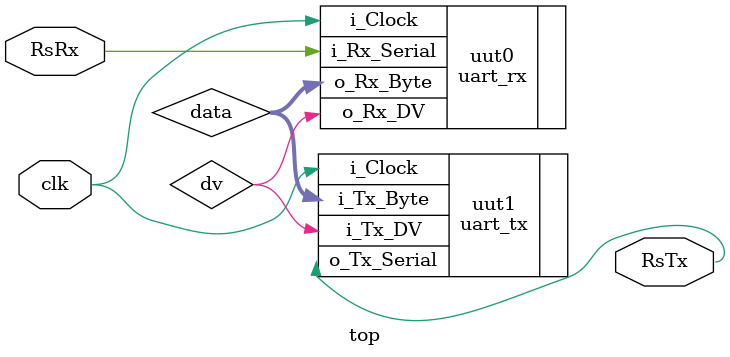
<source format=v>
`timescale 1ns / 1ps

module top(
    input clk,
    input RsRx,
    output RsTx
    );
    
    wire [7:0] data;
    wire dv;
    
    parameter CLKS_PER_BIT = 10416;
    
    uart_rx #(.CLKS_PER_BIT(CLKS_PER_BIT)) uut0 (.i_Clock(clk), .i_Rx_Serial(RsRx), .o_Rx_Byte(data), .o_Rx_DV(dv));
    
    uart_tx #(.CLKS_PER_BIT(CLKS_PER_BIT)) uut1 (.i_Clock(clk), .i_Tx_Byte(data), .o_Tx_Serial(RsTx), .i_Tx_DV(dv));
    
endmodule
//----------------------------------------


</source>
